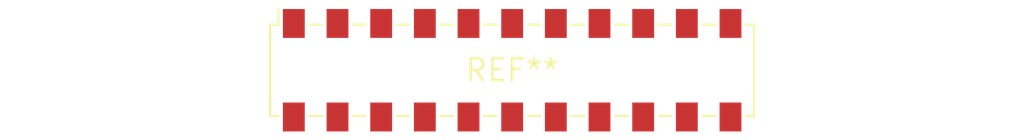
<source format=kicad_pcb>
(kicad_pcb (version 20240108) (generator pcbnew)
  (layers (0 "F.Cu" signal) (31 "B.Cu" signal) (34 "B.Paste" user) (35 "F.Paste" user) (36 "B.SilkS" user "B.Silkscreen") (37 "F.SilkS" user "F.Silkscreen") (38 "B.Mask" user) (39 "F.Mask" user) (44 "Edge.Cuts" user))
  (net 0 "")
  (footprint "Samtec_HLE-111-02-xxx-DV-BE_2x11_P2.54mm_Horizontal" (layer "F.Cu") (at 0 0)
    (property "Reference" "REF**")
    (property "Value" "Samtec_HLE-111-02-xxx-DV-BE_2x11_P2.54mm_Horizontal")
    (fp_line (start -14.08 -2.65) (end -14.08 2.65) (layer "F.SilkS") (stroke (width 0.12)))
    (fp_line (start -14.08 2.65) (end -13.595 2.65) (layer "F.SilkS") (stroke (width 0.12)))
    (fp_line (start -13.595 -3.56) (end -13.595 -2.65) (layer "F.SilkS") (stroke (width 0.12)))
    (fp_line (start -13.595 -2.65) (end -14.08 -2.65) (layer "F.SilkS") (stroke (width 0.12)))
    (fp_line (start -11.805 -2.65) (end -11.055 -2.65) (layer "F.SilkS") (stroke (width 0.12)))
    (fp_line (start -11.805 2.65) (end -11.055 2.65) (layer "F.SilkS") (stroke (width 0.12)))
    (fp_line (start -9.265 -2.65) (end -8.515 -2.65) (layer "F.SilkS") (stroke (width 0.12)))
    (fp_line (start -9.265 2.65) (end -8.515 2.65) (layer "F.SilkS") (stroke (width 0.12)))
    (fp_line (start -6.725 -2.65) (end -5.975 -2.65) (layer "F.SilkS") (stroke (width 0.12)))
    (fp_line (start -6.725 2.65) (end -5.975 2.65) (layer "F.SilkS") (stroke (width 0.12)))
    (fp_line (start -4.185 -2.65) (end -3.435 -2.65) (layer "F.SilkS") (stroke (width 0.12)))
    (fp_line (start -4.185 2.65) (end -3.435 2.65) (layer "F.SilkS") (stroke (width 0.12)))
    (fp_line (start -1.645 -2.65) (end -0.895 -2.65) (layer "F.SilkS") (stroke (width 0.12)))
    (fp_line (start -1.645 2.65) (end -0.895 2.65) (layer "F.SilkS") (stroke (width 0.12)))
    (fp_line (start 0.895 -2.65) (end 1.645 -2.65) (layer "F.SilkS") (stroke (width 0.12)))
    (fp_line (start 0.895 2.65) (end 1.645 2.65) (layer "F.SilkS") (stroke (width 0.12)))
    (fp_line (start 3.435 -2.65) (end 4.185 -2.65) (layer "F.SilkS") (stroke (width 0.12)))
    (fp_line (start 3.435 2.65) (end 4.185 2.65) (layer "F.SilkS") (stroke (width 0.12)))
    (fp_line (start 5.975 -2.65) (end 6.725 -2.65) (layer "F.SilkS") (stroke (width 0.12)))
    (fp_line (start 5.975 2.65) (end 6.725 2.65) (layer "F.SilkS") (stroke (width 0.12)))
    (fp_line (start 8.515 -2.65) (end 9.265 -2.65) (layer "F.SilkS") (stroke (width 0.12)))
    (fp_line (start 8.515 2.65) (end 9.265 2.65) (layer "F.SilkS") (stroke (width 0.12)))
    (fp_line (start 11.055 -2.65) (end 11.805 -2.65) (layer "F.SilkS") (stroke (width 0.12)))
    (fp_line (start 11.055 2.65) (end 11.805 2.65) (layer "F.SilkS") (stroke (width 0.12)))
    (fp_line (start 13.595 -2.65) (end 14.08 -2.65) (layer "F.SilkS") (stroke (width 0.12)))
    (fp_line (start 14.08 -2.65) (end 14.08 2.65) (layer "F.SilkS") (stroke (width 0.12)))
    (fp_line (start 14.08 2.65) (end 13.595 2.65) (layer "F.SilkS") (stroke (width 0.12)))
    (pad "" np_thru_hole circle (at -12.7 -1.27) (size 0.97 0.97) (drill 0.97) (layers *.Cu *.Mask))
    (pad "" np_thru_hole circle (at -12.7 1.27) (size 0.97 0.97) (drill 0.97) (layers *.Cu *.Mask))
    (pad "" np_thru_hole circle (at -10.16 -1.27) (size 0.97 0.97) (drill 0.97) (layers *.Cu *.Mask))
    (pad "" np_thru_hole circle (at -10.16 1.27) (size 0.97 0.97) (drill 0.97) (layers *.Cu *.Mask))
    (pad "" np_thru_hole circle (at -7.62 -1.27) (size 0.97 0.97) (drill 0.97) (layers *.Cu *.Mask))
    (pad "" np_thru_hole circle (at -7.62 1.27) (size 0.97 0.97) (drill 0.97) (layers *.Cu *.Mask))
    (pad "" np_thru_hole circle (at -5.08 -1.27) (size 0.97 0.97) (drill 0.97) (layers *.Cu *.Mask))
    (pad "" np_thru_hole circle (at -5.08 1.27) (size 0.97 0.97) (drill 0.97) (layers *.Cu *.Mask))
    (pad "" np_thru_hole circle (at -2.54 -1.27) (size 0.97 0.97) (drill 0.97) (layers *.Cu *.Mask))
    (pad "" np_thru_hole circle (at -2.54 1.27) (size 0.97 0.97) (drill 0.97) (layers *.Cu *.Mask))
    (pad "" np_thru_hole circle (at 0 -1.27) (size 0.97 0.97) (drill 0.97) (layers *.Cu *.Mask))
    (pad "" np_thru_hole circle (at 0 1.27) (size 0.97 0.97) (drill 0.97) (layers *.Cu *.Mask))
    (pad "" np_thru_hole circle (at 2.54 -1.27) (size 0.97 0.97) (drill 0.97) (layers *.Cu *.Mask))
    (pad "" np_thru_hole circle (at 2.54 1.27) (size 0.97 0.97) (drill 0.97) (layers *.Cu *.Mask))
    (pad "" np_thru_hole circle (at 5.08 -1.27) (size 0.97 0.97) (drill 0.97) (layers *.Cu *.Mask))
    (pad "" np_thru_hole circle (at 5.08 1.27) (size 0.97 0.97) (drill 0.97) (layers *.Cu *.Mask))
    (pad "" np_thru_hole circle (at 7.62 -1.27) (size 0.97 0.97) (drill 0.97) (layers *.Cu *.Mask))
    (pad "" np_thru_hole circle (at 7.62 1.27) (size 0.97 0.97) (drill 0.97) (layers *.Cu *.Mask))
    (pad "" np_thru_hole circle (at 10.16 -1.27) (size 0.97 0.97) (drill 0.97) (layers *.Cu *.Mask))
    (pad "" np_thru_hole circle (at 10.16 1.27) (size 0.97 0.97) (drill 0.97) (layers *.Cu *.Mask))
    (pad "" np_thru_hole circle (at 12.7 -1.27) (size 0.97 0.97) (drill 0.97) (layers *.Cu *.Mask))
    (pad "" np_thru_hole circle (at 12.7 1.27) (size 0.97 0.97) (drill 0.97) (layers *.Cu *.Mask))
    (pad "1" smd rect (at -12.7 -2.72) (size 1.27 1.68) (layers "F.Cu" "F.Paste" "F.Mask"))
    (pad "2" smd rect (at -12.7 2.72) (size 1.27 1.68) (layers "F.Cu" "F.Paste" "F.Mask"))
    (pad "3" smd rect (at -10.16 -2.72) (size 1.27 1.68) (layers "F.Cu" "F.Paste" "F.Mask"))
    (pad "4" smd rect (at -10.16 2.72) (size 1.27 1.68) (layers "F.Cu" "F.Paste" "F.Mask"))
    (pad "5" smd rect (at -7.62 -2.72) (size 1.27 1.68) (layers "F.Cu" "F.Paste" "F.Mask"))
    (pad "6" smd rect (at -7.62 2.72) (size 1.27 1.68) (layers "F.Cu" "F.Paste" "F.Mask"))
    (pad "7" smd rect (at -5.08 -2.72) (size 1.27 1.68) (layers "F.Cu" "F.Paste" "F.Mask"))
    (pad "8" smd rect (at -5.08 2.72) (size 1.27 1.68) (layers "F.Cu" "F.Paste" "F.Mask"))
    (pad "9" smd rect (at -2.54 -2.72) (size 1.27 1.68) (layers "F.Cu" "F.Paste" "F.Mask"))
    (pad "10" smd rect (at -2.54 2.72) (size 1.27 1.68) (layers "F.Cu" "F.Paste" "F.Mask"))
    (pad "11" smd rect (at 0 -2.72) (size 1.27 1.68) (layers "F.Cu" "F.Paste" "F.Mask"))
    (pad "12" smd rect (at 0 2.72) (size 1.27 1.68) (layers "F.Cu" "F.Paste" "F.Mask"))
    (pad "13" smd rect (at 2.54 -2.72) (size 1.27 1.68) (layers "F.Cu" "F.Paste" "F.Mask"))
    (pad "14" smd rect (at 2.54 2.72) (size 1.27 1.68) (layers "F.Cu" "F.Paste" "F.Mask"))
    (pad "15" smd rect (at 5.08 -2.72) (size 1.27 1.68) (layers "F.Cu" "F.Paste" "F.Mask"))
    (pad "16" smd rect (at 5.08 2.72) (size 1.27 1.68) (layers "F.Cu" "F.Paste" "F.Mask"))
    (pad "17" smd rect (at 7.62 -2.72) (size 1.27 1.68) (layers "F.Cu" "F.Paste" "F.Mask"))
    (pad "18" smd rect (at 7.62 2.72) (size 1.27 1.68) (layers "F.Cu" "F.Paste" "F.Mask"))
    (pad "19" smd rect (at 10.16 -2.72) (size 1.27 1.68) (layers "F.Cu" "F.Paste" "F.Mask"))
    (pad "20" smd rect (at 10.16 2.72) (size 1.27 1.68) (layers "F.Cu" "F.Paste" "F.Mask"))
    (pad "21" smd rect (at 12.7 -2.72) (size 1.27 1.68) (layers "F.Cu" "F.Paste" "F.Mask"))
    (pad "22" smd rect (at 12.7 2.72) (size 1.27 1.68) (layers "F.Cu" "F.Paste" "F.Mask"))
  )
)
</source>
